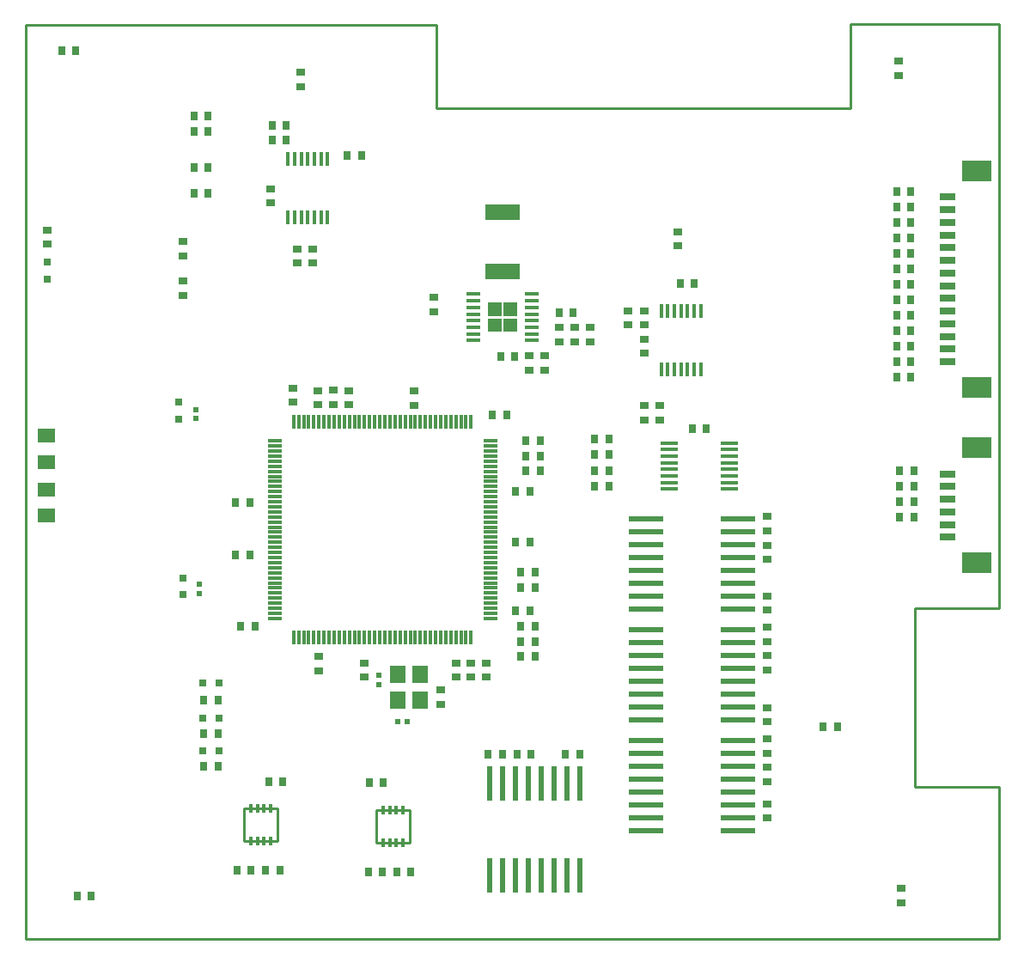
<source format=gtp>
G04*
G04 #@! TF.GenerationSoftware,Altium Limited,Altium Designer,21.8.1 (53)*
G04*
G04 Layer_Color=8421504*
%FSLAX44Y44*%
%MOMM*%
G71*
G04*
G04 #@! TF.SameCoordinates,50A5A8F4-FCC5-4A63-BB33-6A8E803C0949*
G04*
G04*
G04 #@! TF.FilePolarity,Positive*
G04*
G01*
G75*
%ADD15C,0.2540*%
%ADD19R,3.0000X2.1000*%
%ADD20R,1.6000X0.8000*%
%ADD21R,0.3000X0.9000*%
%ADD22R,0.8000X0.9000*%
%ADD23R,3.4200X1.4900*%
%ADD24R,0.3500X1.4000*%
%ADD25R,0.9000X0.8000*%
%ADD26R,0.5500X0.5500*%
%ADD27R,0.8000X0.8000*%
%ADD28R,1.4000X0.3500*%
%ADD29R,0.8000X0.8000*%
%ADD30R,3.5000X0.6000*%
%ADD31R,0.6000X3.5000*%
%ADD32R,0.3500X1.3500*%
%ADD33R,1.3500X0.3500*%
%ADD34R,0.5500X0.5500*%
%ADD35R,1.5000X1.7000*%
%ADD36R,1.7800X0.4200*%
%ADD37R,1.8000X1.4000*%
G36*
X469000Y611500D02*
X455506D01*
Y598006D01*
X469000D01*
Y611500D01*
D02*
G37*
G36*
Y626994D02*
X455506D01*
Y613500D01*
X469000D01*
Y626994D01*
D02*
G37*
G36*
X484494Y611500D02*
X471000D01*
Y598006D01*
X484494D01*
Y611500D01*
D02*
G37*
G36*
Y626994D02*
X471000D01*
Y613500D01*
X484494D01*
Y626994D01*
D02*
G37*
D15*
X215300Y96520D02*
X248100D01*
X215300Y128820D02*
X248100D01*
X215300Y96520D02*
Y128820D01*
X248100Y96520D02*
Y128820D01*
X345550Y94340D02*
X378350D01*
X345550Y126640D02*
X378350D01*
X345550Y94340D02*
Y126640D01*
X378350Y94340D02*
Y126640D01*
X876155Y325428D02*
X958655D01*
X876155Y150000D02*
Y325428D01*
X959000D02*
X959000Y901700D01*
X876155Y150000D02*
X959000D01*
Y0D02*
Y150000D01*
X0Y901000D02*
X405000D01*
X812500Y901700D02*
X959000Y901700D01*
X405000Y818750D02*
X812500D01*
Y901250D01*
X405000Y818750D02*
Y901000D01*
X0Y0D02*
Y901000D01*
Y0D02*
X959000D01*
D19*
X937500Y543140D02*
D03*
Y756640D02*
D03*
Y370250D02*
D03*
Y483750D02*
D03*
D20*
X908500Y731140D02*
D03*
Y718640D02*
D03*
Y706140D02*
D03*
Y693640D02*
D03*
Y681140D02*
D03*
Y668640D02*
D03*
Y656140D02*
D03*
Y643640D02*
D03*
Y631140D02*
D03*
Y618640D02*
D03*
Y606140D02*
D03*
Y593640D02*
D03*
Y581140D02*
D03*
Y568640D02*
D03*
Y420750D02*
D03*
Y458250D02*
D03*
Y445750D02*
D03*
Y433250D02*
D03*
Y408250D02*
D03*
Y395750D02*
D03*
D21*
X228450Y128820D02*
D03*
Y96520D02*
D03*
X234950Y128820D02*
D03*
Y96520D02*
D03*
X221950D02*
D03*
X241450D02*
D03*
X221950Y128820D02*
D03*
X241450D02*
D03*
X358700Y126640D02*
D03*
Y94340D02*
D03*
X365200Y126640D02*
D03*
Y94340D02*
D03*
X352200D02*
D03*
X371700D02*
D03*
X352200Y126640D02*
D03*
X371700D02*
D03*
D22*
X365540Y65670D02*
D03*
X379540D02*
D03*
X351540D02*
D03*
X337540D02*
D03*
X208280Y67310D02*
D03*
X222280D02*
D03*
X250280D02*
D03*
X236280D02*
D03*
X239380Y154940D02*
D03*
X253380D02*
D03*
X352440Y153670D02*
D03*
X338440D02*
D03*
X561000Y477163D02*
D03*
X575000D02*
D03*
X561000Y492827D02*
D03*
X575000D02*
D03*
X498000Y182000D02*
D03*
X484000D02*
D03*
X456000D02*
D03*
X470000D02*
D03*
X532000D02*
D03*
X546000D02*
D03*
X786000Y209000D02*
D03*
X800000D02*
D03*
X180000Y760000D02*
D03*
X166000D02*
D03*
X180000Y811000D02*
D03*
X166000D02*
D03*
X502000Y308000D02*
D03*
X488000D02*
D03*
X502000Y293000D02*
D03*
X488000D02*
D03*
X502000Y278000D02*
D03*
X488000D02*
D03*
X671000Y503000D02*
D03*
X657000D02*
D03*
X561000Y461500D02*
D03*
X575000D02*
D03*
X561000Y445837D02*
D03*
X575000D02*
D03*
X243000Y787000D02*
D03*
X257000D02*
D03*
X257000Y802000D02*
D03*
X243000D02*
D03*
X525750Y616750D02*
D03*
X539750D02*
D03*
X468000Y574000D02*
D03*
X482000D02*
D03*
X317000Y772000D02*
D03*
X331000D02*
D03*
X872200Y614300D02*
D03*
X858200D02*
D03*
X872200Y629540D02*
D03*
X858200D02*
D03*
X872200Y644780D02*
D03*
X858200D02*
D03*
X872200Y660020D02*
D03*
X858200D02*
D03*
X858200Y675260D02*
D03*
X872200D02*
D03*
X858200Y690500D02*
D03*
X872200D02*
D03*
X872200Y705740D02*
D03*
X858200D02*
D03*
X858200Y720980D02*
D03*
X872200D02*
D03*
X872200Y553340D02*
D03*
X858200D02*
D03*
X872200Y568580D02*
D03*
X858200D02*
D03*
X872200Y583820D02*
D03*
X858200D02*
D03*
X872200Y599060D02*
D03*
X858200D02*
D03*
X858200Y736220D02*
D03*
X872200D02*
D03*
X875210Y461040D02*
D03*
X861210D02*
D03*
X875210Y430560D02*
D03*
X861210D02*
D03*
X875210Y445800D02*
D03*
X861210D02*
D03*
X875210Y415320D02*
D03*
X861210D02*
D03*
X64500Y42500D02*
D03*
X50500D02*
D03*
X35500Y875000D02*
D03*
X49500D02*
D03*
X212000Y308000D02*
D03*
X226000D02*
D03*
X207000Y430000D02*
D03*
X221000D02*
D03*
X207000Y378000D02*
D03*
X221000D02*
D03*
X166000Y735000D02*
D03*
X180000D02*
D03*
X166000Y796000D02*
D03*
X180000D02*
D03*
X497000Y391000D02*
D03*
X483000D02*
D03*
X497000Y441000D02*
D03*
X483000D02*
D03*
X507000Y461000D02*
D03*
X493000D02*
D03*
X507000Y476000D02*
D03*
X493000D02*
D03*
X507000Y491000D02*
D03*
X493000D02*
D03*
X474000Y516000D02*
D03*
X460000D02*
D03*
X497000Y323000D02*
D03*
X483000D02*
D03*
X502000Y346000D02*
D03*
X488000D02*
D03*
X502000Y361000D02*
D03*
X488000D02*
D03*
X175500Y235000D02*
D03*
X189500D02*
D03*
X175500Y202500D02*
D03*
X189500D02*
D03*
X175500Y170000D02*
D03*
X189500D02*
D03*
X645000Y646000D02*
D03*
X659000D02*
D03*
D23*
X470000Y657500D02*
D03*
Y715780D02*
D03*
D24*
X265000Y768750D02*
D03*
X271500D02*
D03*
X278000D02*
D03*
X284500D02*
D03*
X291000D02*
D03*
X284500Y711250D02*
D03*
X291000D02*
D03*
X297500D02*
D03*
X278000D02*
D03*
X271500D02*
D03*
X265000D02*
D03*
X258500D02*
D03*
Y768750D02*
D03*
X297500D02*
D03*
X626234Y561580D02*
D03*
Y619080D02*
D03*
X632734D02*
D03*
X639234D02*
D03*
X645734D02*
D03*
X652234D02*
D03*
X658734D02*
D03*
X652234Y561580D02*
D03*
X658734D02*
D03*
X665234D02*
D03*
Y619080D02*
D03*
X645734Y561580D02*
D03*
X639234D02*
D03*
X632734D02*
D03*
D25*
X21590Y698500D02*
D03*
Y684500D02*
D03*
X409000Y231000D02*
D03*
Y245000D02*
D03*
X383000Y540000D02*
D03*
Y526000D02*
D03*
X424000Y258000D02*
D03*
Y272000D02*
D03*
X731000Y374000D02*
D03*
Y388000D02*
D03*
Y416000D02*
D03*
Y402000D02*
D03*
X624890Y525612D02*
D03*
Y511612D02*
D03*
X609650Y525612D02*
D03*
Y511612D02*
D03*
X241000Y725000D02*
D03*
Y739000D02*
D03*
X402250Y618000D02*
D03*
Y632000D02*
D03*
X541250Y602250D02*
D03*
Y588250D02*
D03*
X496500Y560500D02*
D03*
Y574500D02*
D03*
X556250Y602250D02*
D03*
Y588250D02*
D03*
X511500Y560500D02*
D03*
Y574500D02*
D03*
X526250Y602250D02*
D03*
Y588250D02*
D03*
X731000Y338000D02*
D03*
Y324000D02*
D03*
Y119000D02*
D03*
Y133000D02*
D03*
Y197000D02*
D03*
Y183000D02*
D03*
Y155000D02*
D03*
Y169000D02*
D03*
Y265000D02*
D03*
Y279000D02*
D03*
Y228000D02*
D03*
Y214000D02*
D03*
Y307000D02*
D03*
Y293000D02*
D03*
X271000Y840000D02*
D03*
Y854000D02*
D03*
X267990Y666000D02*
D03*
Y680000D02*
D03*
X283000Y666000D02*
D03*
Y680000D02*
D03*
X263450Y542940D02*
D03*
Y528940D02*
D03*
X862500Y35500D02*
D03*
Y49500D02*
D03*
X860000Y865000D02*
D03*
Y851000D02*
D03*
X454000Y258000D02*
D03*
Y272000D02*
D03*
X289000Y264000D02*
D03*
Y278000D02*
D03*
X334000Y258000D02*
D03*
Y272000D02*
D03*
X288290Y526400D02*
D03*
Y540400D02*
D03*
X303328Y526472D02*
D03*
Y540472D02*
D03*
X318770Y540400D02*
D03*
Y526400D02*
D03*
X439000Y258000D02*
D03*
Y272000D02*
D03*
X155000Y673000D02*
D03*
Y687000D02*
D03*
Y634000D02*
D03*
Y648000D02*
D03*
X594000Y605000D02*
D03*
Y619000D02*
D03*
X610000Y619000D02*
D03*
Y605000D02*
D03*
X643000Y697000D02*
D03*
Y683000D02*
D03*
X610000Y577000D02*
D03*
Y591000D02*
D03*
D26*
X167340Y521670D02*
D03*
Y512670D02*
D03*
X348000Y250500D02*
D03*
Y259500D02*
D03*
X171410Y340240D02*
D03*
Y349240D02*
D03*
D27*
X150830Y528650D02*
D03*
Y512150D02*
D03*
X154900Y339090D02*
D03*
Y355590D02*
D03*
X21590Y666740D02*
D03*
Y650240D02*
D03*
D28*
X441552Y635250D02*
D03*
Y628750D02*
D03*
Y622250D02*
D03*
Y615750D02*
D03*
Y609250D02*
D03*
Y602750D02*
D03*
Y596250D02*
D03*
Y589750D02*
D03*
X498448D02*
D03*
Y596250D02*
D03*
Y602750D02*
D03*
Y609250D02*
D03*
Y615750D02*
D03*
Y622250D02*
D03*
Y628750D02*
D03*
Y635250D02*
D03*
D29*
X174250Y217500D02*
D03*
X190750D02*
D03*
X174250Y185000D02*
D03*
X190750D02*
D03*
X174250Y252500D02*
D03*
X190750D02*
D03*
D30*
X611672Y376044D02*
D03*
Y388744D02*
D03*
Y401444D02*
D03*
Y414144D02*
D03*
X701672D02*
D03*
Y401444D02*
D03*
Y388744D02*
D03*
Y376044D02*
D03*
Y363344D02*
D03*
Y325244D02*
D03*
Y337944D02*
D03*
Y350644D02*
D03*
X611672Y363344D02*
D03*
Y350644D02*
D03*
Y337944D02*
D03*
Y325244D02*
D03*
Y157350D02*
D03*
Y170050D02*
D03*
Y182750D02*
D03*
Y195450D02*
D03*
X701672D02*
D03*
Y182750D02*
D03*
Y170050D02*
D03*
Y157350D02*
D03*
Y144650D02*
D03*
Y106550D02*
D03*
Y119250D02*
D03*
Y131950D02*
D03*
X611672Y144650D02*
D03*
Y131950D02*
D03*
Y119250D02*
D03*
Y106550D02*
D03*
Y266316D02*
D03*
Y279016D02*
D03*
Y291716D02*
D03*
Y304416D02*
D03*
X701672D02*
D03*
Y291716D02*
D03*
Y279016D02*
D03*
Y266316D02*
D03*
Y253616D02*
D03*
Y215516D02*
D03*
Y228216D02*
D03*
Y240916D02*
D03*
X611672Y253616D02*
D03*
Y240916D02*
D03*
Y228216D02*
D03*
Y215516D02*
D03*
D31*
X495688Y62672D02*
D03*
X482988D02*
D03*
X470288D02*
D03*
X457588D02*
D03*
Y152672D02*
D03*
X470288D02*
D03*
X482988D02*
D03*
X495688D02*
D03*
X508388D02*
D03*
X546488D02*
D03*
X533788D02*
D03*
X521088D02*
D03*
X508388Y62672D02*
D03*
X521088D02*
D03*
X533788D02*
D03*
X546488D02*
D03*
D32*
X264000Y297000D02*
D03*
X269000D02*
D03*
X274000D02*
D03*
X279000D02*
D03*
X284000D02*
D03*
X289000D02*
D03*
X294000D02*
D03*
X299000D02*
D03*
X304000D02*
D03*
X309000D02*
D03*
X314000D02*
D03*
X319000D02*
D03*
X324000D02*
D03*
X329000D02*
D03*
X334000D02*
D03*
X339000D02*
D03*
X344000D02*
D03*
X349000D02*
D03*
X354000D02*
D03*
X359000D02*
D03*
X364000D02*
D03*
X369000D02*
D03*
X374000D02*
D03*
X379000D02*
D03*
X384000D02*
D03*
X389000D02*
D03*
X394000D02*
D03*
X399000D02*
D03*
X404000D02*
D03*
X409000D02*
D03*
X414000D02*
D03*
X419000D02*
D03*
X424000D02*
D03*
X429000D02*
D03*
X434000D02*
D03*
X439000D02*
D03*
Y509500D02*
D03*
X434000D02*
D03*
X429000D02*
D03*
X424000D02*
D03*
X419000D02*
D03*
X414000D02*
D03*
X409000D02*
D03*
X404000D02*
D03*
X399000D02*
D03*
X394000D02*
D03*
X389000D02*
D03*
X384000D02*
D03*
X379000D02*
D03*
X374000D02*
D03*
X369000D02*
D03*
X364000D02*
D03*
X359000D02*
D03*
X354000D02*
D03*
X349000D02*
D03*
X344000D02*
D03*
X339000D02*
D03*
X334000D02*
D03*
X329000D02*
D03*
X324000D02*
D03*
X319000D02*
D03*
X314000D02*
D03*
X309000D02*
D03*
X304000D02*
D03*
X299000D02*
D03*
X294000D02*
D03*
X289000D02*
D03*
X284000D02*
D03*
X279000D02*
D03*
X274000D02*
D03*
X269000D02*
D03*
X264000D02*
D03*
D33*
X457750Y315750D02*
D03*
Y320750D02*
D03*
Y325750D02*
D03*
Y330750D02*
D03*
Y335750D02*
D03*
Y340750D02*
D03*
Y345750D02*
D03*
Y350750D02*
D03*
Y355750D02*
D03*
Y360750D02*
D03*
Y365750D02*
D03*
Y370750D02*
D03*
Y375750D02*
D03*
Y380750D02*
D03*
Y385750D02*
D03*
Y390750D02*
D03*
Y395750D02*
D03*
Y400750D02*
D03*
Y405750D02*
D03*
Y410750D02*
D03*
Y415750D02*
D03*
Y420750D02*
D03*
Y425750D02*
D03*
Y430750D02*
D03*
Y435750D02*
D03*
Y440750D02*
D03*
Y445750D02*
D03*
Y450750D02*
D03*
Y455750D02*
D03*
Y460750D02*
D03*
Y465750D02*
D03*
Y470750D02*
D03*
Y475750D02*
D03*
Y480750D02*
D03*
Y485750D02*
D03*
Y490750D02*
D03*
X245250D02*
D03*
Y485750D02*
D03*
Y480750D02*
D03*
Y475750D02*
D03*
Y470750D02*
D03*
Y465750D02*
D03*
Y460750D02*
D03*
Y455750D02*
D03*
Y450750D02*
D03*
Y445750D02*
D03*
Y440750D02*
D03*
Y435750D02*
D03*
Y430750D02*
D03*
Y425750D02*
D03*
Y420750D02*
D03*
Y415750D02*
D03*
Y410750D02*
D03*
Y405750D02*
D03*
Y400750D02*
D03*
Y395750D02*
D03*
Y390750D02*
D03*
Y385750D02*
D03*
Y380750D02*
D03*
Y375750D02*
D03*
Y370750D02*
D03*
Y365750D02*
D03*
Y360750D02*
D03*
Y355750D02*
D03*
Y350750D02*
D03*
Y345750D02*
D03*
Y340750D02*
D03*
Y335750D02*
D03*
Y330750D02*
D03*
Y325750D02*
D03*
Y320750D02*
D03*
Y315750D02*
D03*
D34*
X367000Y214000D02*
D03*
X376000D02*
D03*
D35*
X389000Y235300D02*
D03*
Y260700D02*
D03*
X367000D02*
D03*
Y235300D02*
D03*
D36*
X693400Y456250D02*
D03*
X634600D02*
D03*
X693400Y488750D02*
D03*
Y482250D02*
D03*
Y475750D02*
D03*
Y469250D02*
D03*
Y462750D02*
D03*
Y449750D02*
D03*
Y443250D02*
D03*
X634600D02*
D03*
Y449750D02*
D03*
Y462750D02*
D03*
Y469250D02*
D03*
Y475750D02*
D03*
Y482250D02*
D03*
Y488750D02*
D03*
D37*
X20000Y496000D02*
D03*
Y470000D02*
D03*
Y417000D02*
D03*
Y443000D02*
D03*
M02*

</source>
